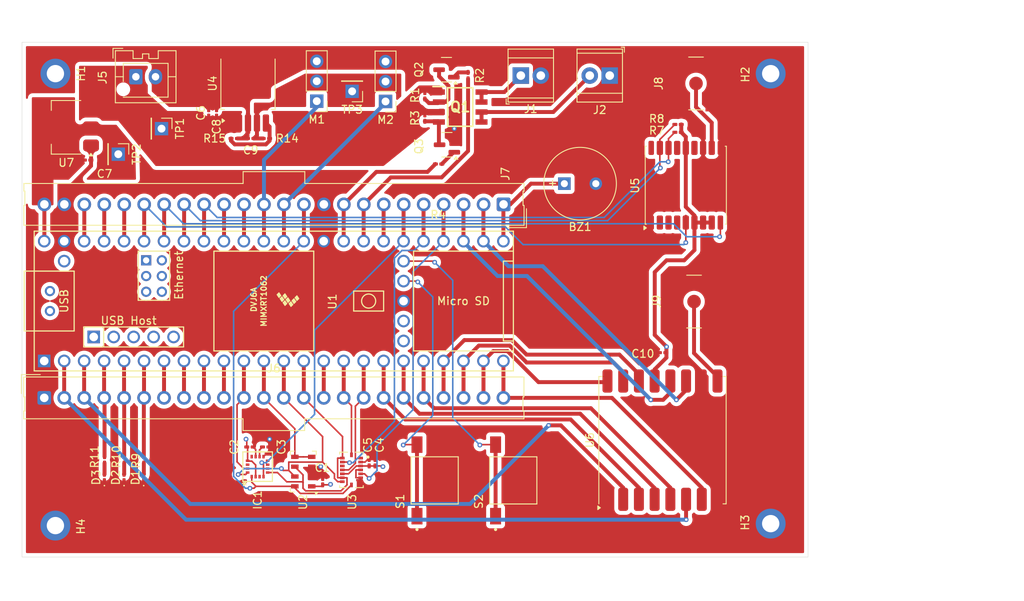
<source format=kicad_pcb>
(kicad_pcb (version 20240108) (generator "pcbnew") (generator_version "8.0")
  (layers (0 "F.Cu" signal) (1 "In1.Cu" power "GND.Cu") (2 "In2.Cu" power "PWR3.3.Cu") (31 "B.Cu" signal) (34 "B.Paste" user) (35 "F.Paste" user) (36 "B.SilkS" user "B.Silkscreen") (37 "F.SilkS" user "F.Silkscreen") (38 "B.Mask" user) (39 "F.Mask" user) (44 "Edge.Cuts" user))
  (net 0 "")
  (net 16 "/buzz_pwm")
  (net 17 "GND")
  (net 18 "/teensy_3.3v")
  (net 19 "Net-(IC1-CAP)")
  (net 20 "/VBATT")
  (net 21 "/ldo_5v")
  (net 22 "/ldo_6v")
  (net 25 "Net-(D1-A)")
  (net 26 "Net-(D2-A)")
  (net 27 "Net-(D3-A)")
  (net 30 "unconnected-(IC1-NC_5-Pad12)")
  (net 31 "/SENSE_miso")
  (net 32 "/SENSE_sck")
  (net 35 "/mag_int")
  (net 37 "/mag_cs")
  (net 38 "/SENSE_mosi")
  (net 39 "Net-(J1-Pin_1)")
  (net 40 "Net-(J2-Pin_2)")
  (net 41 "/radio_dio0")
  (net 42 "/radio_dio2")
  (net 43 "/radio_dio1")
  (net 44 "/radio_miso")
  (net 45 "/radio_dio3")
  (net 46 "/radio_cs")
  (net 47 "/radio_reset")
  (net 48 "/radio_sck")
  (net 49 "/radio_mosi")
  (net 50 "/servo2_pwm")
  (net 51 "/FREE5")
  (net 52 "/servo1_pwm")
  (net 53 "/radio_dio5")
  (net 54 "/FREE1")
  (net 55 "/baro_cs")
  (net 56 "/FREE6")
  (net 57 "/radio_dio4")
  (net 58 "/GPS_scl")
  (net 59 "/GPS_reset")
  (net 60 "/imu_gyro_cs")
  (net 61 "/FREE9")
  (net 62 "/GPS_int")
  (net 63 "/imu_accel_cs")
  (net 64 "/LED3")
  (net 65 "/FREE10")
  (net 66 "/GPS_sda")
  (net 67 "/LED2")
  (net 68 "/FREE12")
  (net 69 "/FREE7")
  (net 70 "/FREE8")
  (net 71 "/PYRO1")
  (net 72 "/FREE11")
  (net 73 "/LED1")
  (net 74 "/PYRO2")
  (net 75 "Net-(J8-In)")
  (net 76 "Net-(J9-In)")
  (net 77 "Net-(Q1-G1)")
  (net 78 "Net-(Q1-G2)")
  (net 79 "Net-(Q2-B)")
  (net 80 "Net-(Q3-B)")
  (net 81 "Net-(U4-ADJ)")
  (net 82 "Net-(U1-PROGRAM)")
  (net 83 "/teensy_onoff")
  (net 84 "/imu_accel_int1")
  (net 85 "/imu_gyro_int1")
  (footprint "Package_LGA:LGA-8_3x5mm_P1.25mm" (layer "F.Cu") (at 85.28459 114.382931 180)
    (property "Reference" "U2")
    (property "Value" "MS5607-02BA")
  )
  (footprint "HPRfootprints:SW_TS04-66-70-BK-160-SMT" (layer "F.Cu") (at 102 115.5 90)
    (property "Reference" "S1")
    (property "Value" "TS04-66-70-BK-160-SMT")
  )
  (footprint "TerminalBlock_TE-Connectivity:TerminalBlock_TE_282834-2_1x02_P2.54mm_Horizontal" (layer "F.Cu") (at 112.96 64)
    (property "Reference" "J1")
    (property "Value" "Screw_Terminal_01x02")
  )
  (footprint "Capacitor_SMD:C_0201_0603Metric_Pad0.64x0.40mm_HandSolder" (layer "F.Cu") (at 74.25 68.75 90)
    (property "Reference" "C8")
    (property "Value" "10uF")
  )
  (footprint "MountingHole:MountingHole_2.2mm_M2_DIN965_Pad" (layer "F.Cu") (at 144.75 121)
    (property "Reference" "H3")
    (property "Value" "MountingHole_Pad")
  )
  (footprint "Buzzer_Beeper:MagneticBuzzer_PUI_AT-0927-TT-6-R" (layer "F.Cu") (at 118.5 77.75)
    (property "Reference" "BZ1")
    (property "Value" "Buzzer")
  )
  (footprint "MountingHole:MountingHole_2.2mm_M2_DIN965_Pad" (layer "F.Cu") (at 53.75 63.75)
    (property "Reference" "H1")
    (property "Value" "MountingHole_Pad")
  )
  (footprint "Resistor_SMD:R_0201_0603Metric_Pad0.64x0.40mm_HandSolder" (layer "F.Cu") (at 62.5 112.89125 -90)
    (property "Reference" "R10")
    (property "Value" "150")
  )
  (footprint "Package_TO_SOT_SMD:SOT-23" (layer "F.Cu") (at 103.5 63.25 180)
    (property "Reference" "Q2")
    (property "Value" "MMBT3904")
  )
  (footprint "Resistor_SMD:R_0201_0603Metric_Pad0.64x0.40mm_HandSolder" (layer "F.Cu") (at 76.5 72)
    (property "Reference" "R15")
    (property "Value" "4.7k")
  )
  (footprint "HPRfootprints:SOIC127P600X175-8N" (layer "F.Cu") (at 105.25 68)
    (property "Reference" "Q1")
    (property "Value" "SI4925DDY-T1-GE3" (hide yes))
  )
  (footprint "Resistor_SMD:R_0201_0603Metric_Pad0.64x0.40mm_HandSolder" (layer "F.Cu") (at 60 112.89125 -90)
    (property "Reference" "R11")
    (property "Value" "150")
  )
  (footprint "Capacitor_SMD:C_0201_0603Metric_Pad0.64x0.40mm_HandSolder" (layer "F.Cu") (at 94.415 113.25 90)
    (property "Reference" "C4")
    (property "Value" "0.1uF")
  )
  (footprint "RF_Module:HOPERF_RFM9XW_SMD" (layer "F.Cu") (at 130.98459 110.382931 90)
    (property "Reference" "U6")
    (property "Value" "RFM95W-915S2")
  )
  (footprint "Connector_PinHeader_2.54mm:PinHeader_1x03_P2.54mm_Vertical" (layer "F.Cu") (at 95.75 67.29 180)
    (property "Reference" "M2")
    (property "Value" "Motor_Servo")
  )
  (footprint "Capacitor_SMD:C_0201_0603Metric_Pad0.64x0.40mm_HandSolder" (layer "F.Cu") (at 57.8425 74.75)
    (property "Reference" "C7")
    (property "Value" "10uF")
  )
  (footprint "Capacitor_SMD:C_0201_0603Metric_Pad0.64x0.40mm_HandSolder" (layer "F.Cu") (at 73.25 68.75 90)
    (property "Reference" "C6")
    (property "Value" "100nF")
  )
  (footprint "LED_SMD:LED_0201_0603Metric_Pad0.64x0.40mm_HandSolder" (layer "F.Cu") (at 62.48 115.12875 90)
    (property "Reference" "D2")
    (property "Value" "LED")
  )
  (footprint "Connector_PinHeader_2.54mm:PinHeader_1x01_P2.54mm_Vertical" (layer "F.Cu") (at 91.5 66 180)
    (property "Reference" "TP3")
    (property "Value" "TestPoint")
  )
  (footprint "Resistor_SMD:R_0201_0603Metric_Pad0.64x0.40mm_HandSolder" (layer "F.Cu") (at 106.25 64 90)
    (property "Reference" "R2")
    (property "Value" "1K")
  )
  (footprint "HPRfootprints:Teensy41" (layer "F.Cu") (at 81.53459 92.682931)
    (property "Reference" "U1")
    (property "Value" "Teensy4.1")
  )
  (footprint "LED_SMD:LED_0201_0603Metric_Pad0.64x0.40mm_HandSolder" (layer "F.Cu") (at 64.98 115.12875 90)
    (property "Reference" "D1")
    (property "Value" "LED")
  )
  (footprint "Capacitor_SMD:C_0201_0603Metric_Pad0.64x0.40mm_HandSolder" (layer "F.Cu") (at 131 99.25 180)
    (property "Reference" "C10")
    (property "Value" "10uF")
  )
  (footprint "Connector_Coaxial:SMA_Amphenol_132134-10_Vertical" (layer "F.Cu") (at 135 92.75 90)
    (property "Reference" "J9")
    (property "Value" "Conn_Coaxial")
  )
  (footprint "Connector_PinHeader_2.54mm:PinHeader_1x03_P2.54mm_Vertical" (layer "F.Cu") (at 87 67.25 180)
    (property "Reference" "M1")
    (property "Value" "Motor_Servo")
  )
  (footprint "Connector_Molex:Molex_SL_171971-0024_1x24_P2.54mm_Vertical" (layer "F.Cu") (at 110.76459 80.382931 180)
    (property "Reference" "J7")
    (property "Value" "Conn_01x24")
  )
  (footprint "Connector_PinHeader_2.54mm:PinHeader_1x01_P2.54mm_Vertical" (layer "F.Cu") (at 61.75 74 -90)
    (property "Reference" "TP2")
    (property "Value" "TestPoint")
  )
  (footprint "Capacitor_SMD:C_0201_0603Metric_Pad0.64x0.40mm_HandSolder" (layer "F.Cu") (at 93.665 113.25 90)
    (property "Reference" "C5")
    (property "Value" "0.1uF")
  )
  (footprint "Resistor_SMD:R_0201_0603Metric_Pad0.64x0.40mm_HandSolder" (layer "F.Cu") (at 65 112.89125 -90)
    (property "Reference" "R9")
    (property "Value" "150")
  )
  (footprint "Resistor_SMD:R_0201_0603Metric_Pad0.64x0.40mm_HandSolder" (layer "F.Cu") (at 132.96541 70.21541 180)
    (property "Reference" "R8")
    (property "Value" "4.7k")
  )
  (footprint "Resistor_SMD:R_0201_0603Metric_Pad0.64x0.40mm_HandSolder" (layer "F.Cu") (at 80.5925 72 180)
    (property "Reference" "R14")
    (property "Value" "1.2k")
  )
  (footprint "Resistor_SMD:R_0201_0603Metric_Pad0.64x0.40mm_HandSolder" (layer "F.Cu") (at 100.75 66.5675 -90)
    (property "Reference" "R1")
    (property "Value" "10K")
  )
  (footprint "Package_TO_SOT_SMD:TO-252-5_TabPin3" (layer "F.Cu") (at 78.25 65 90)
    (property "Reference" "U4")
    (property "Value" "MIC29302AWD")
  )
  (footprint "MountingHole:MountingHole_2.2mm_M2_DIN965_Pad" (layer "F.Cu") (at 144.75 63.75)
    (property "Reference" "H2")
    (property "Value" "MountingHole_Pad")
  )
  (footprint "Capacitor_SMD:C_0201_0603Metric_Pad0.64x0.40mm_HandSolder" (layer "F.Cu") (at 80.5 111.25)
    (property "Reference" "C3")
    (property "Value" "10uF")
  )
  (footprint "Connector_JST:JST_XA_B02B-XASK-1-A_1x02_P2.50mm_Vertical" (layer "F.Cu") (at 63.98459 64.145431)
    (property "Reference" "J5")
    (property "Value" "Conn_01x02")
  )
  (footprint "MountingHole:MountingHole_2.2mm_M2_DIN965_Pad" (layer "F.Cu") (at 53.75 121.25)
    (property "Reference" "H4")
    (property "Value" "MountingHole_Pad")
  )
  (footprint "Connector_Coaxial:SMA_Amphenol_132134-10_Vertical" (layer "F.Cu") (at 135.25 65 90)
    (property "Reference" "J8")
    (property "Value" "Conn_Coaxial")
  )
  (footprint "Resistor_SMD:R_0201_0603Metric_Pad0.64x0.40mm_HandSolder" (layer "F.Cu") (at 132.96541 71.21541 180)
    (property "Reference" "R7")
    (property "Value" "4.7k")
  )
  (footprint "Capacitor_SMD:C_0201_0603Metric_Pad0.64x0.40mm_HandSolder" (layer "F.Cu") (at 78.5 111.25)
    (property "Reference" "C2")
    (property "Value" "1uF")
  )
  (footprint "HPRfootprints:PQFN50P450X300X100-16N" (layer "F.Cu") (at 91.415 114.165 -90)
    (property "Reference" "U3")
    (property "Value" "BMI088")
  )
  (footprint "Package_TO_SOT_SMD:SOT-23" (layer "F.Cu") (at 103.5625 72.8 180)
    (property "Reference" "Q3")
    (property "Value" "MMBT3904")
  )
  (footprint "TerminalBlock_TE-Connectivity:TerminalBlock_TE_282834-2_1x02_P2.54mm_Horizontal" (layer "F.Cu") (at 124.27 64 180)
    (property "Reference" "J2")
    (property "Value" "Screw_Terminal_01x02")
  )
  (footprint "Resistor_SMD:R_0201_0603Metric_Pad0.64x0.40mm_HandSolder" (layer "F.Cu") (at 102.5 75.25)
    (property "Reference" "R4")
    (property "Value" "1K")
  )
  (footprint "RF_GPS:ublox_MAX" (layer "F.Cu") (at 133.95 77.948341 90)
    (property "Reference" "U5")
    (property "Value" "MAX-M10S")
  )
  (footprint "HPRfootprints:SW_TS04-66-70-BK-160-SMT" (layer "F.Cu") (at 112 115.5 90)
    (property "Reference" "S2")
    (property "Value" "TS04-66-70-BK-160-SMT")
  )
  (footprint "HPRfootprints:MMC5983MA_MEM" (layer "F.Cu") (at 79.475001 113.75 90)
    (property "Reference" "IC1")
    (property "Value" "MMC5983MA")
  )
  (footprint "Resistor_SMD:R_0201_0603Metric_Pad0.64x0.40mm_HandSolder" (layer "F.Cu") (at 100.75 69.4075 -90)
    (property "Reference" "R3")
    (property "Value" "10K")
  )
  (footprint "Capacitor_SMD:C_0201_0603Metric_Pad0.64x0.40mm_HandSolder" (layer "F.Cu") (at 78.5925 72 180)
    (property "Reference" "C9")
    (property "Value" "22uF")
  )
  (footprint "Package_TO_SOT_SMD:SOT-223-3_TabPin2" (layer "F.Cu") (at 55.13459 70.582931 180)
    (property "Reference" "U7")
    (property "Value" "LD1117S50TR_SOT223")
  )
  (footprint "Connector_Molex:Molex_SL_171971-0024_1x24_P2.54mm_Vertical" (layer "F.Cu") (at 52.33 105)
    (property "Reference" "J6")
    (property "Value" "Conn_01x24")
  )
  (footprint "Capacitor_SMD:C_0201_0603Metric_Pad0.64x0.40mm_HandSolder" (layer "F.Cu") (at 87.75 115.6575 90)
    (property "Reference" "C1")
    (property "Value" "0.1uF")
  )
  (footprint "Connector_PinHeader_2.54mm:PinHeader_1x01_P2.54mm_Vertical" (layer "F.Cu") (at 67.25 70.75 -90)
    (property "Reference" "TP1")
    (property "Value" "TestPoint")
  )
  (footprint "LED_SMD:LED_0201_0603Metric_Pad0.64x0.40mm_HandSolder" (layer "F.Cu") (at 59.98 115.12875 90)
    (property "Reference" "D3")
    (property "Value" "LED")
  )
  (gr_rect (start 49.5 59.75) (end 149.5 125.25) (stroke (width 0.05)) (fill none) (layer "Edge.Cuts"))
  (segment (start 110.74459 80.402931) (end 110.76459 80.382931) (width 0.5) (layer "F.Cu") (net 16))
  (segment (start 114.25 77.75) (end 118.5 77.75) (width 0.5) (layer "F.Cu") (net 16))
  (segment (start 110.74459 85.062931) (end 110.74459 80.402931) (width 0.5) (layer "F.Cu") (net 16))
  (segment (start 110.76459 80.382931) (end 111.617069 80.382931) (width 0.5) (layer "F.Cu") (net 16))
  (segment (start 111.617069 80.382931) (end 114.25 77.75) (width 0.5) (layer "F.Cu") (net 16))
  (segment (start 58.28459 72.882931) (end 58.809159 73.4075) (width 0.5) (layer "F.Cu") (net 17))
  (segment (start 52.32459 104.99459) (end 52.33 105) (width 0.5) (layer "F.Cu") (net 17))
  (segment (start 80.9075 111.25) (end 80.9075 110.3425) (width 0.2) (layer "F.Cu") (net 17))
  (segment (start 58.28459 75.46541) (end 58.28459 72.882931) (width 0.5) (layer "F.Cu") (net 17))
  (segment (start 92.01 115.165) (end 92.58 115.165) (width 0.2) (layer "F.Cu") (net 17))
  (segment (start 78.185 70.105) (end 78.25 70.04) (width 0.5) (layer "F.Cu") (net 17))
  (segment (start 87.90459 85.042931) (end 87.88459 85.062931) (width 0.5) (layer "F.Cu") (net 17))
  (segment (start 79.225001 111.567501) (end 78.9075 111.25) (width 0.2) (layer "F.Cu") (net 17))
  (segment (start 80.225002 112.475001) (end 80.9075 111.792503) (width 0.2) (layer "F.Cu") (net 17))
  (segment (start 54.88459 80.382931) (end 54.88459 85.042931) (width 0.5) (layer "F.Cu") (net 17))
  (segment (start 80.9075 111.792503) (end 80.9075 111.25) (width 0.2) (layer "F.Cu") (net 17))
  (segment (start 93.4725 112.8425) (end 94.415 112.8425) (width 0.2) (layer "F.Cu") (net 17))
  (segment (start 54.88459 80.382931) (end 54.88459 78.86541) (width 0.5) (layer "F.Cu") (net 17))
  (segment (start 54.88459 78.86541) (end 58.28459 75.46541) (width 0.5) (layer "F.Cu") (net 17))
  (segment (start 92.58 113.165) (end 93.15 113.165) (width 0.2) (layer "F.Cu") (net 17))
  (segment (start 54.88459 85.042931) (end 54.86459 85.062931) (width 0.5) (layer "F.Cu") (net 17))
  (segment (start 91.985 114.19) (end 91.985 115.14) (width 0.2) (layer "F.Cu") (net 17))
  (segment (start 76.9075 72) (end 78.185 72) (width 0.5) (layer "F.Cu") (net 17))
  (segment (start 79.225001 112.475001) (end 79.225001 111.567501) (width 0.2) (layer "F.Cu") (net 17))
  (segment (start 93.15 113.165) (end 93.4725 112.8425) (width 0.2) (layer "F.Cu") (net 17))
  (segment (start 104.5 71.85) (end 104.5 70.75) (width 0.5) (layer "F.Cu") (net 17))
  (segment (start 92.58 114.165) (end 92.01 114.165) (width 0.2) (layer "F.Cu") (net 17))
  (segment (start 52.32459 100.302931) (end 52.32459 104.99459) (width 0.5) (layer "F.Cu") (net 17))
  (segment (start 78.25 70.04) (end 78.25 63.74) (width 0.5) (layer "F.Cu") (net 17))
  (segment (start 86.35959 113.757931) (end 87.492069 113.757931) (width 0.2) (layer "F.Cu") (net 17))
  (segment (start 80.9075 110.3425) (end 81 110.25) (width 0.2) (layer "F.Cu") (net 17))
  (segment (start 78.185 72) (end 78.185 70.105) (width 0.5) (layer "F.Cu") (net 17))
  (segment (start 92.01 114.165) (end 91.985 114.19) (width 0.2) (layer "F.Cu") (net 17))
  (segment (start 87.492069 113.757931) (end 87.5 113.75) (width 0.2) (layer "F.Cu") (net 17))
  (segment (start 91.985 115.14) (end 92.01 115.165) (width 0.2) (layer "F.Cu") (net 17))
  (segment (start 87.90459 80.382931) (end 87.90459 85.042931) (width 0.5) (layer "F.Cu") (net 17))
  (segment (start 92.58 115.165) (end 92.58 115.665) (width 0.2) (layer "F.Cu") (net 17))
  (via (at 81 110.25) (size 0.6) (drill 0.3) (layers "F.Cu" "B.Cu") (net 17))
  (via (at 87.5 113.75) (size 0.6) (drill 0.3) (layers "F.Cu" "B.Cu") (net 17))
  (via (at 104.5 70.75) (size 0.6) (drill 0.3) (layers "F.Cu" "B.Cu") (net 17))
  (segment (start 135.05 86.2) (end 135.05 82.698341) (width 0.5) (layer "F.Cu") (net 18))
  (segment (start 90.25 114.665) (end 91.032692 114.665) (width 0.2) (layer "F.Cu") (net 18))
  (segment (start 78.0925 110.3425) (end 78 110.25) (width 0.2) (layer "F.Cu") (net 18))
  (segment (start 129.98459 102.857931) (end 129.98459 101.382931) (width 0.5) (layer "F.Cu") (net 18))
  (segment (start 78.0925 111.25) (end 78.0925 110.3425) (width 0.2) (layer "F.Cu") (net 18))
  (segment (start 79.225001 113.543999) (end 78.728602 113.0476) (width 0.2) (layer "F.Cu") (net 18))
  (segment (start 78.200002 112.999999) (end 78.200002 111.357502) (width 0.2) (layer "F.Cu") (net 18))
  (segment (start 135.05 82.698341) (end 137.25 82.698341) (width 0.5) (layer "F.Cu") (net 18))
  (segment (start 133.95 71.7925) (end 133.37291 71.21541) (width 0.5) (layer "F.Cu") (net 18))
  (segment (start 78.728602 113.0476) (end 78.247603 113.0476) (width 0.2) (layer "F.Cu") (net 18))
  (segment (start 78.247603 113.0476) (end 78.200002 112.999999) (width 0.2) (layer "F.Cu") (net 18))
  (segment (start 131.5 98.5) (end 130 97) (width 0.5) (layer "F.Cu") (net 18))
  (segment (start 95.3225 113.6575) (end 95.415 113.75) (width 0.2) (layer "F.Cu") (net 18))
  (segment (start 133.95 80.7) (end 133.95 73.198341) (width 0.5) (layer "F.Cu") (net 18))
  (segment (start 88.685 116.065) (end 87.75 116.065) (width 0.2) (layer "F.Cu") (net 18))
  (segment (start 87.89 105) (end 87.89 100.308341) (width 0.5) (layer "F.Cu") (net 18))
  (segment (start 130 89) (end 131.5 87.5) (width 0.5) (layer "F.Cu") (net 18))
  (segment (start 98.38459 94.882931) (end 98.04459 95.222931) (width 0.5) (layer "F.Cu") (net 18))
  (segment (start 87.89 100.308341) (end 87.88459 100.302931) (width 0.5) (layer "F.Cu") (net 18))
  (segment (start 78.200002 111.357502) (end 78.0925 111.25) (width 0.2) (layer "F.Cu") (net 18))
  (segment (start 131.48459 98.51541) (end 131.5 98.5) (width 0.5) (layer "F.Cu") (net 18))
  (segment (start 94.4075 113.665) (end 94.415 113.6575) (width 0.2) (layer "F.Cu") (net 18))
  (segment (start 133.95 73.198341) (end 133.95 71.7925) (width 0.5) (layer "F.Cu") (net 18))
  (segment (start 57.42459 85.042931) (end 57.40459 85.062931) (width 0.5) (layer "F.Cu") (net 18))
  (segment (start 133.75 87.5) (end 135.05 86.2) (width 0.5) (layer "F.Cu") (net 18))
  (segment (start 92.58 113.665) (end 94.4075 113.665) (width 0.2) (layer "F.Cu") (net 18))
  (segment (start 131.48459 99.882931) (end 131.48459 98.51541) (width 0.5) (layer "F.Cu") (net 18))
  (segment (start 135.05 82.698341) (end 135.05 81.8) (width 0.5) (layer "F.Cu") (net 18))
  (segment (start 131.5 87.5) (end 133.75 87.5) (width 0.5) (layer "F.Cu") (net 18))
  (segment (start 133.37291 71.21541) (end 133.37291 70.21541) (width 0.5) (layer "F.Cu") (net 18))
  (segment (start 135.05 81.8) (end 133.95 80.7) (width 0.5) (layer "F.Cu") (net 18))
  (segment (start 57.42459 80.382931) (end 57.42459 85.042931) (width 0.5) (layer "F.Cu") (net 18))
  (segment (start 79.225001 115.024999) (end 79.225001 113.543999) (width 0.2) (layer "F.Cu") (net 18))
  (segment (start 88.75 116) (end 88.685 116.065) (width 0.2) (layer "F.Cu") (net 18))
  (segment (start 86.35959 116.257931) (end 87.557069 116.257931) (width 0.2) (layer "F.Cu") (net 18))
  (segment (start 91.032692 114.665) (end 92.032692 113.665) (width 0.2) (layer "F.Cu") (net 18))
  (segment (start 94.415 113.6575) (end 95.3225 113.6575) (width 0.2) (layer "F.Cu") (net 18))
  (segment (start 92.032692 113.665) (end 92.58 113.665) (width 0.2) (layer "F.Cu") (net 18))
  (segment (start 129.98459 101.382931) (end 131.48459 99.882931) (width 0.5) (layer "F.Cu") (net 18))
  (segment (start 87.557069 116.257931) (end 87.75 116.065) (width 0.2) (layer "F.Cu") (net 18))
  (segment (start 130 97) (end 130 89) (width 0.5) (layer "F.Cu") (net 18))
  (via (at 131.5 98.5) (size 0.6) (drill 0.3) (layers "F.Cu" "B.Cu") (net 18))
  (via (at 88.75 116) (size 0.6) (drill 0.3) (layers "F.Cu" "B.Cu") (net 18))
  (via (at 95.415 113.75) (size 0.6) (drill 0.3) (layers "F.Cu" "B.Cu") (net 18))
  (via (at 78 110.25) (size 0.6) (drill 0.3) (layers "F.Cu" "B.Cu") (net 18))
  (segment (start 79.725001 112.475001) (end 79.725001 111.617499) (width 0.2) (layer "F.Cu") (net 19))
  (segment (start 79.725001 111.617499) (end 80.0925 111.25) (width 0.2) (layer "F.Cu") (net 19))
  (segment (start 75.97 70.04) (end 76.1575 70.2275) (width 0.5) (layer "F.Cu") (net 20))
  (segment (start 77.11 70.04) (end 75.97 70.04) (width 0.5) (layer "F.Cu") (net 20))
  (segment (start 52.34459 85.042931) (end 52.32459 85.062931) (width 0.2) (layer "F.Cu") (net 21))
  (segment (start 52.34459 80.382931) (end 52.34459 85.042931) (width 0.5) (layer "F.Cu") (net 21))
  (segment (start 79.39 70.04) (end 79.39 71.61) (width 0.5) (layer "F.Cu") (net 22))
  (segment (start 79 72) (end 80.185 72) (width 0.5) (layer "F.Cu") (net 22))
  (segment (start 79.39 71.61) (end 79 72) (width 0.5) (layer "F.Cu") (net 22))
  (segment (start 65 114.70125) (end 64.98 114.72125) (width 0.5) (layer "F.Cu") (net 25))
  (segment (start 65 113.29875) (end 65 114.70125) (width 0.5) (layer "F.Cu") (net 25))
  (segment (start 62.5 113.29875) (end 62.5 114.70125) (width 0.5) (layer "F.Cu") (net 26))
  (segment (start 62.5 114.70125) (end 62.48 114.72125) (width 0.5) (layer "F.Cu") (net 26))
  (segment (start 60 114.70125) (end 59.98 114.72125) (width 0.5) (layer "F.Cu") (net 27))
  (segment (start 60 113.29875) (end 60 114.70125) (width 0.5) (layer "F.Cu") (net 27))
  (segment (start 78.728602 112.478603) (end 78.725 112.475001) (width 0.2) (layer "F.Cu") (net 30))
  (segment (start 90.845 115.19) (end 90.845 116.07) (width 0.2) (layer "F.Cu") (net 31))
  (segment (start 83.182931 115.682931) (end 82.000001 114.500001) (width 0.2) (layer "F.Cu") (net 31))
  (segment (start 85.25 115.75) (end 85.182931 115.682931) (width 0.2) (layer "F.Cu") (net 31))
  (segment (start 85.35 105) (end 85.35 100.308341) (width 0.5) (layer "F.Cu") (net 31))
  (segment (start 90.27659 109.92659) (end 85.35 105) (width 0.2) (layer "F.Cu") (net 31))
  (segment (start 90.845 116.07) (end 90.082069 116.832931) (width 0.2) (layer "F.Cu") (net 31))
  (segment (start 85.182931 115.682931) (end 83.182931 115.682931) (width 0.2) (layer "F.Cu") (net 31))
  (segment (start 90.25 112.665) (end 90.27659 112.63841) (width 0.2) (layer "F.Cu") (net 31))
  (segment (start 85.25 116.5) (end 85.25 115.75) (width 0.2) (layer "F.Cu") (net 31))
  (segment (start 82.000001 114.500001) (end 80.75 114.500001) (width 0.2) (layer "F.Cu") (net 31))
  (segment (start 85.25 114.798341) (end 84.20959 113.757931) (width 0.2) (layer "F.Cu") (net 31))
  (segment (start 90.25 115.165) (end 89.68 115.165) (width 0.2) (layer "F.Cu") (net 31))
  (segment (start 89.68 112.665) (end 90.25 112.665) (width 0.2) (layer "F.Cu") (net 31))
  (segment (start 90.25 115.165) (end 90.82 115.165) (width 0.2) (layer "F.Cu") (net 31))
  (segment (start 85.35 100.308341) (end 85.34459 100.302931) (width 0.5) (layer "F.Cu") (net 31))
  (segment (start 90.082069 116.832931) (end 85.582931 116.832931) (width 0.2) (layer "F.Cu") (net 31))
  (segment (start 85.582931 116.832931) (end 85.25 116.5) (width 0.2) (layer "F.Cu") (net 31))
  (segment (start 89.68 115.165) (end 89.655 115.14) (width 0.2) (layer "F.Cu") (net 31))
  (segment (start 89.655 115.14) (end 89.655 112.69) (width 0.2) (layer "F.Cu") (net 31))
  (segment (start 89.655 112.69) (end 89.68 112.665) (width 0.2) (layer "F.Cu") (net 31))
  (segment (start 90.27659 112.63841) (end 90.27659 109.92659) (width 0.2) (layer "F.Cu") (net 31))
  (segment (start 90.82 115.165) (end 90.845 115.19) (width 0.2) (layer "F.Cu") (net 31))
  (segment (start 85.25 115.75) (end 85.25 114.798341) (width 0.2) (layer "F.Cu") (net 31))
  (segment (start 84.20959 116.45959) (end 84.909931 117.159931) (width 0.2) (layer "F.Cu") (net 32))
  (segment (start 84.909931 117.159931) (end 90.335069 117.159931) (width 0.2) (layer "F.Cu") (net 32))
  (segment (start 79.257931 116.257931) (end 79.015862 116.5) (width 0.2) (layer "F.Cu") (net 32))
  (segment (start 84.20959 116.257931) (end 79.257931 116.257931) (width 0.2) (layer "F.Cu") (net 32))
  (segment (start 78.725 115.725) (end 78.725 115.024999) (width 0.2) (layer "F.Cu") (net 32))
  (segment (start 79.257931 116.257931) (end 78.725 115.725) (width 0.2) (layer "F.Cu") (net 32))
  (segment (start 79.015862 116.5) (end 78.5 116.5) (width 0.2) (layer "F.Cu") (net 32))
  (segment (start 85.36459 80.382931) (end 85.36459 85.042931) (width 0.5) (layer "F.Cu") (net 32))
  (segment (start 84.20959 116.257931) (end 84.20959 116.45959) (width 0.2) (layer "F.Cu") (net 32))
  (segment (start 90.335069 117.159931) (end 91.415 116.08) (width 0.2) (layer "F.Cu") (net 32))
  (segment (start 85.36459 85.042931) (end 85.34459 85.062931) (width 0.5) (layer "F.Cu") (net 32))
  (via (at 78.5 116.5) (size 0.6) (drill 0.3) (layers "F.Cu" "B.Cu") (net 32))
  (segment (start 76.42 93.987521) (end 85.34459 85.062931) (width 0.2) (layer "B.Cu") (net 32))
  (segment (start 77.929756 116.5) (end 76.42 114.990244) (width 0.2) (layer "B.Cu") (net 32))
  (segment (start 76.42 114.990244) (end 76.42 93.987521) (width 0.2) (layer "B.Cu") (net 32))
  (segment (start 78.5 116.5) (end 77.929756 116.5) (width 0.2) (layer "B.Cu") (net 32))
  (segment (start 76.860001 105.869999) (end 77.73 105) (width 0.2) (layer "F.Cu") (net 35))
  (segment (start 78.200002 114) (end 77.719002 114) (width 0.2) (layer "F.Cu") (net 35))
  (segment (start 77.719002 114) (end 76.860001 113.140999) (width 0.2) (layer "F.Cu") (net 35))
  (segment (start 77.73 105) (end 77.73 100.308341) (width 0.5) (layer "F.Cu") (net 35))
  (segment (start 77.78459 105.05459) (end 77.73 105) (width 0.2) (layer "F.Cu") (net 35))
  (segment (start 77.73 100.308341) (end 77.72459 100.302931) (width 0.5) (layer "F.Cu") (net 35))
  (segment (start 76.860001 113.140999) (end 76.860001 105.869999) (width 0.2) (layer "F.Cu") (net 35))
  (segment (start 80.2214 113.4714) (end 80 113.25) (width 0.2) (layer "F.Cu") (net 37))
  (segment (start 98.04459 85.062931) (end 98.04459 80.402931) (width 0.5) (layer "F.Cu") (net 37))
  (segment (start 98.04459 80.402931) (end 98.06459 80.382931) (width 0.5) (layer "F.Cu") (net 37))
  (segment (start 80.2214 115.021397) (end 80.2214 113.4714) (width 0.2) (layer "F.Cu") (net 37))
  (segment (start 80.225002 115.024999) (end 80.2214 115.021397) (width 0.2) (layer "F.Cu") (net 37))
  (via (at 80 113.25) (size 0.6) (drill 0.3) (layers "F.Cu" "B.Cu") (net 37))
  (segment (start 86.72 96.38752) (end 86.72 107.100244) (width 0.2) (layer "B.Cu") (net 37))
  (segment (start 86.72 107.100244) (end 80.570244 113.25) (width 0.2) (layer "B.Cu") (net 37))
  (segment (start 98.04459 85.062931) (end 96.05376 87.05376) (width 0.2) (layer "B.Cu") (net 37))
  (segment (start 96.05376 87.05376) (end 86.72 96.38752) (width 0.2) (layer "B.Cu") (net 37))
  (segment (start 80.570244 113.25) (end 80 113.25) (width 0.2) (layer "B.Cu") (net 37))
  (segment (start 90.25 115.665) (end 89.665 115.665) (width 0.2) (layer "F.Cu") (net 38))
  (segment (start 89.665 115.665) (end 89.25 115.25) (width 0.2) (layer "F.Cu") (net 38))
  (segment (start 87.740244 109.930244) (end 82.81 105) (width 0.2) (layer "F.Cu") (net 38))
  (segment (start 77 114.75) (end 77.950003 114.75) (width 0.2) (layer "F.Cu") (net 38))
  (segment (start 82.732931 114.232931) (end 83.43459 114.232931) (width 0.2) (layer "F.Cu") (net 38))
  (segment (start 82.5 114) (end 82.732931 114.232931) (width 0.2) (layer "F.Cu") (net 38))
  (segment (start 83.43459 114.232931) (end 84.20959 115.007931) (width 0.2) (layer "F.Cu") (net 38))
  (segment (start 87.740244 113.17) (end 87.740244 109.930244) (width 0.2) (layer "F.Cu") (net 38))
  (segment (start 89.25 114.679756) (end 87.740244 113.17) (width 0.2) (layer "F.Cu") (net 38))
  (segment (start 83.43459 113.182931) (end 83.43459 114.232931) (width 0.2) (layer "F.Cu") (net 38))
  (segment (start 89.25 115.25) (end 89.25 114.679756) (width 0.2) (layer "F.Cu") (net 38))
  (segment (start 77.950003 114.75) (end 78.200002 114.500001) (width 0.2) (layer "F.Cu") (net 38))
  (segment (start 87.740244 113.17) (end 83.447521 113.17) (width 0.2) (layer "F.Cu") (net 38))
  (segment (start 83.447521 113.17) (end 83.43459 113.182931) (width 0.2) (layer "F.Cu") (net 38))
  (segment (start 82.81 105) (end 82.81 100.308341) (width 0.5) (layer "F.Cu") (net 38))
  (segment (start 82.81 100.308341) (end 82.80459 100.302931) (width 0.5) (layer "F.Cu") (net 38))
  (via (at 82.5 114) (size 0.6) (drill 0.3) (layers "F.Cu" "B.Cu") (net 38))
  (via (at 77 114.75) (size 0.6) (drill 0.3) (layers "F.Cu" "B.Cu") (net 38))
  (segment (start 82.5 114) (end 77.75 114) (width 0.2) (layer "B.Cu") (net 38))
  (segment (start 77.75 114) (end 77 114.75) (width 0.2) (layer "B.Cu") (net 38))
  (segment (start 110.865 66.095) (end 112.96 64) (width 0.5) (layer "F.Cu") (net 39))
  (segment (start 107.962 67.365) (end 107.962 66.095) (width 0.5) (layer "F.Cu") (net 39))
  (segment (start 107.962 66.095) (end 110.865 66.095) (width 0.5) (layer "F.Cu") (net 39))
  (segment (start 107.962 68.635) (end 117.095 68.635) (width 0.5) (layer "F.Cu") (net 40))
  (segment (start 107.962 69.905) (end 107.962 68.635) (width 0.5) (layer "F.Cu") (net 40))
  (segment (start 117.095 68.635) (end 121.73 64) (width 0.5) (layer "F.Cu") (net 40))
  (segment (start 103.13 100.308341) (end 103.12459 100.302931) (width 0.5) (layer "F.Cu") (net 41))
  (segment (start 111.842257 97.652931) (end 113.689326 99.5) (width 0.5) (layer "F.Cu") (net 41))
  (segment (start 103.13 105) (end 103.13 100.308341) (width 0.5) (layer "F.Cu") (net 41))
  (segment (start 103.12459 100.302931) (end 105.77459 97.652931) (width 0.5) (layer "F.Cu") (net 41))
  (segment (start 127.98459 101.98459) (end 127.98459 102.857931) (width 0.5) (layer "F.Cu") (net 41))
  (segment (start 125.5 99.5) (end 127.98459 101.98459) (width 0.5) (layer "F.Cu") (net 41))
  (segment (start 105.77459 97.652931) (end 111.842257 97.652931) (width 0.5) (layer "F.Cu") (net 41))
  (segment (start 113.689326 99.5) (end 125.5 99.5) (width 0.5) (layer "F.Cu") (net 41))
  (segment (start 108.21 100.308341) (end 108.20459 100.302931) (width 0.5) (layer "F.Cu") (net 42))
  (segment (start 111.262357 99.052931) (end 115.209426 103) (width 0.5) (layer "F.Cu") (net 42))
  (segment (start 115.209426 103) (end 123.842521 103) (width 0.5) (layer "F.Cu") (net 42))
  (segment (start 108.21 105) (end 108.21 100.308341) (width 0.5) (layer "F.Cu") (net 42))
  (segment (start 123.842521 103) (end 123.98459 102.857931) (width 0.5) (layer "F.Cu") (net 42))
  (segment (start 109.45459 99.052931) (end 111.262357 99.052931) (width 0.5) (layer "F.Cu") (net 42))
  (segment (start 108.20459 100.302931) (end 109.45459 99.052931) (width 0.5) (layer "F.Cu") (net 42))
  (segment (start 113.699376 100.5) (end 124.75 100.5) (width 0.5) (layer "F.Cu") (net 43))
  (segment (start 107.61459 98.352931) (end 111.552307 98.352931) (width 0.5) (layer "F.Cu") (net 43))
  (segment (start 124.75 100.5) (end 125.98459 101.73459) (width 0.5) (layer "F.Cu") (net 43))
  (segment (start 105.67 105) (end 105.67 100.308341) (width 0.5) (layer "F.Cu") (net 43))
  (segment (start 111.552307 98.352931) (end 113.699376 100.5) (width 0.5) (layer "F.Cu") (net 43))
  (segment (start 125.98459 101.73459) (end 125.98459 102.857931) (width 0.5) (layer "F.Cu") (net 43))
  (segment (start 105.66459 100.302931) (end 107.61459 98.352931) (width 0.5) (layer "F.Cu") (net 43))
  (segment (start 105.67 100.308341) (end 105.66459 100.302931) (width 0.5) (layer "F.Cu") (net 43))
  (segment (start 125.98459 117.907931) (end 125.98459 116.432931) (width 0.5) (layer "F.Cu") (net 44))
  (segment (start 57.40459 100.302931) (end 57.40459 104.99459) (width 0.5) (layer "F.Cu") (net 44))
  (segment (start 57.25 105.16) (end 57.41 105) (width 0.5) (layer "F.Cu") (net 44))
  (segment (start 118.051659 108.5) (end 116.5 108.5) (width 0.5) (layer "F.Cu") (net 44))
  (segment (start 57.40459 104.99459) (end 57.41 105) (width 0.5) (layer "F.Cu") (net 44))
  (segment (start 125.98459 116.432931) (end 118.051659 108.5) (width 0.5) (layer "F.Cu") (net 44))
  (via (at 116.5 108.5) (size 0.6) (drill 0.3) (layers "F.Cu" "B.Cu") (net 44))
  (segment (start 70.91 118.5) (end 57.41 105) (width 0.5) (layer "B.Cu") (net 44))
  (segment (start 116.5 108.5) (end 106.5 118.5) (width 0.5) (layer "B.Cu") (net 44))
  (segment (start 106.5 118.5) (end 70.91 118.5) (width 0.5) (layer "B.Cu") (net 44))
  (segment (start 133.98459 104.01541) (end 132.75 105.25) (width 0.5) (layer "F.Cu") (net 45))
  (segment (start 108.20459 85.062931) (end 108.20459 80.402931) (width 0.5) (layer "F.Cu") (net 45))
  (segment (start 108.22459 80.622931) (end 108.22459 80.382931) (width 0.2) (layer "F.Cu") (net 45))
  (segment (start 133.98459 102.857931) (end 133.98459 104.01541) (width 0.5) (layer "F.Cu") (net 45))
  (segment (start 108.25 85.108341) (end 108.20459 85.062931) (width 0.5) (layer "F.Cu") (net 45))
  (segment (start 108.20459 80.402931) (end 108.22459 80.382931) (width 0.5) (layer "F.Cu") (net 45))
  (via (at 132.75 105.25) (size 0.6) (drill 0.3) (layers "F.Cu" "B.Cu") (net 45))
  (segment (start 132.75 105.25) (end 115.75 88.25) (width 0.5) (layer "B.Cu") (net 45))
  (segment (start 115.75 88.25) (end 111.391659 88.25) (width 0.5) (layer "B.Cu") (net 45))
  (segment (start 111.391659 88.25) (end 108.20459 85.062931) (width 0.5) (layer "B.Cu") (net 45))
  (segment (start 100.59 100.308341) (end 100.58459 100.302931) (width 0.5) (layer "F.Cu") (net 46))
  (segment (start 121.871659 106.32) (end 131.98459 116.432931) (width 0.5) (layer "F.Cu") (net 46))
  (segment (start 100.59 105) (end 101.91 106.32) (width 0.5) (layer "F.Cu") (net 46))
  (segment (start 101.91 106.32) (end 121.871659 106.32) (width 0.5) (layer "F.Cu") (net 46))
  (segment (start 100.59 105) (end 100.59 100.308341) (width 0.5) (layer "F.Cu") (net 46))
  (segment (start 131.98459 116.432931) (end 131.98459 117.907931) (width 0.5) (layer "F.Cu") (net 46))
  (segment (start 54.86459 100.302931) (end 54.86459 104.99459) (width 0.5) (layer "F.Cu") (net 47))
  (segment (start 133.98459 120.48459) (end 134 120.5) (width 0.5) (layer "F.Cu") (net 47))
  (segment (start 133.98459 117.907931) (end 133.98459 120.48459) (width 0.5) (layer "F.Cu") (net 47))
  (segment (start 54.86459 104.99459) (end 54.87 105) (width 0.5) (layer "F.Cu") (net 47))
  (via (at 134 120.5) (size 0.6) (drill 0.3) (layers "F.Cu" "B.Cu") (net 47))
  (segment (start 134 120.5) (end 70.37 120.5) (width 0.5) (layer "B.Cu") (net 47))
  (segment (start 70.37 120.5) (end 54.87 105) (width 0.5) (layer "B.Cu") (net 47))
  (segment (start 129.98459 116.48459) (end 129.98459 117.907931) (width 0.5) (layer "F.Cu") (net 48))
  (segment (start 98.05 105) (end 98.05 100.308341) (width 0.5) (layer "F.Cu") (net 48))
  (segment (start 98.05 105) (end 100.07 107.02) (width 0.5) (layer "F.Cu") (net 48))
  (segment (start 100.07 107.02) (end 120.52 107.02) (width 0.5) (layer "F.Cu") (net 48))
  (segment (start 98.05 100.308341) (end 98.04459 100.302931) (width 0.5) (layer "F.Cu") (net 48))
  (segment (start 120.52 107.02) (end 129.98459 116.48459) (width 0.5) (layer "F.Cu") (net 48))
  (segment (start 98.26 107.75) (end 119.301659 107.75) (width 0.5) (layer "F.Cu") (net 49))
  (segment (start 95.51 100.308341) (end 95.50459 100.302931) (width 0.5) (layer "F.Cu") (net 49))
  (segment (start 95.51 105) (end 98.26 107.75) (width 0.5) (layer "F.Cu") (net 49))
  (segment (start 127.98459 116.432931) (end 127.98459 117.907931) (width 0.5) (layer "F.Cu") (net 49))
  (segment (start 119.301659 107.75) (end 127.98459 116.432931) (width 0.5) (layer "F.Cu") (net 49))
  (segment (start 95.51 105) (end 95.51 100.308341) (width 0.5) (layer "F.Cu") (net 49))
  (segment (start 82.82459 80.382931) (end 82.82459 85.042931) (width 0.5) (layer "F.Cu") (net 50))
  (segment (start 82.82459 85.042931) (end 82.80459 85.062931) (width 0.5) (layer "F.Cu") (net 50))
  (segment (start 95.75 67.457521) (end 95.75 67.29) (width 0.5) (layer "B.Cu") (net 50))
  (segment (start 82.82459 80.382931) (end 95.75 67.457521) (width 0.5) (layer "B.Cu") (net 50))
  (segment (start 72.65 105) (end 72.65 100.308341) (width 0.5) (layer "F.Cu") (net 51))
  (segment (start 72.65 100.308341) (end 72.64459 100.302931) (width 0.5) (layer "F.Cu") (net 51))
  (segment (start 80.28459 80.382931) (end 80.28459 85.042931) (width 0.5) (layer "F.Cu") (net 52))
  (segment (start 80.28459 85.042931) (end 80.26459 85.062931) (width 0.5) (layer "F.Cu") (net 52))
  (segment (start 87 68) (end 87 67.25) (width 0.5) (layer "B.Cu") (net 52))
  (segment (start 80.28459 74.71541) (end 87 68) (width 0.5) (layer "B.Cu") (net 52))
  (segment (start 80.28459 80.382931) (end 80.28459 74.71541) (width 0.5) (layer "B.Cu") (net 52))
  (segment (start 110.75 105) (end 110.75 100.308341) (width 0.5) (layer "F.Cu") (net 53))
  (segment (start 110.75 105) (end 124.551659 105) (width 0.5) (layer "F.Cu") (net 53))
  (segment (start 110.75 100.308341) (end 110.74459 100.302931) (width 0.5) (layer "F.Cu") (net 53))
  (segment (start 135.98459 116.432931) (end 135.98459 117.907931) (width 0.5) (layer "F.Cu") (net 53))
  (segment (start 124.551659 105) (end 135.98459 116.432931) (width 0.5) (layer "F.Cu") (net 53))
  (segment (start 75.19 100.308341) (end 75.18459 100.302931) (width 0.5) (layer "F.Cu") (net 54))
  (segment (start 75.19 105) (end 75.19 100.308341) (width 0.5) (layer "F.Cu") (net 54))
  (segment (start 79.98459 105.28541) (end 80.27 105) (width 0.2) (layer "F.Cu") (net 55))
  (segment (start 84.20959 108.93959) (end 80.27 105) (width 0.2) (layer "F.Cu") (net 55))
  (segment (start 85.28459 112.507931) (end 86.35959 112.507931) (width 0.2) (layer "F.Cu") (net 55))
  (segment (start 80.27 100.308341) (end 80.26459 100.302931) (width 0.5) (layer "F.Cu") (net 55))
  (segment (start 80.27 105) (end 80.27 100.308341) (width 0.5) (layer "F.Cu") (net 55))
  (segment (start 84.20959 112.507931) (end 84.20959 108.93959) (width 0.2) (layer "F.Cu") (net 55))
  (segment (start 84.20959 112.507931) (end 85.28459 112.507931) (width 0.2) (layer "F.Cu") (net 55))
  (segment (start 95.50459 80.402931) (end 95.52459 80.382931) (width 0.5) (layer "F.Cu") (net 56))
  (segment (start 95.50459 85.062931) (end 95.50459 80.402931) (width 0.5) (layer "F.Cu") (net 56))
  (segment (start 131.067521 105.25) (end 129.5 105.25) (width 0.5) (layer "F.Cu") (net 57))
  (segment (start 105.75 85.148341) (end 105.66459 85.062931) (width 0.5) (layer "F.Cu") (net 57))
  (segment (start 131.98459 104.332931) (end 131.067521 105.25) (width 0.5) (layer "F.Cu") (net 57))
  (segment (start 105.66459 80.402931) (end 105.68459 80.382931) (width 0.5) (layer "F.Cu") (net 57))
  (segment (start 105.66459 85.062931) (end 105.66459 80.402931) (width 0.5) (layer "F.Cu") (net 57))
  (segment (start 131.98459 102.857931) (end 131.98459 104.332931) (width 0.5) (layer "F.Cu") (net 57))
  (via (at 129.5 105.25) (size 0.6) (drill 0.3) (layers "F.Cu" "B.Cu") (net 57))
  (segment (start 129.5 105.25) (end 113.75 89.5) (width 0.5) (layer "B.Cu") (net 57))
  (segment (start 105.66459 85.16459) (end 105.66459 85.062931) (width 0.5) (layer "B.Cu") (net 57))
  (segment (start 110 89.5) (end 105.66459 85.16459) (width 0.5) (layer "B.Cu") (net 57))
  (segment (start 113.75 89.5) (end 110 89.5) (width 0.5) (layer "B.Cu") (net 57))
  (segment (start 130.71541 75.75) (end 130.65 75.68459) (width 0.2) (layer "F.Cu") (net 58))
  (segment (start 130.65 75.68459) (end 130.65 73.198341) (width 0.2) (layer "F.Cu") (net 58))
  (segment (start 70.12459 85.042931) (end 70.10459 85.062931) (width 0.5) (layer "F.Cu") (net 58))
  (segment (start 70.12459 80.382931) (end 70.12459 85.042931) (width 0.5) (layer "F.Cu") (net 58))
  (segment (start 130.65 72.12332) (end 130.65 73.198341) (width 0.2) (layer "F.Cu") (net 58))
  (segment (start 132.55791 70.21541) (end 130.65 72.12332) (width 0.2) (layer "F.Cu") (net 58))
  (via (at 130.71541 75.75) (size 0.6) (drill 0.3) (layers "F.Cu" "B.Cu") (net 58))
  (segment (start 124.01541 82.45) (end 72.191659 82.45) (width 0.2) (layer "B.Cu") (net 58))
  (segment (start 130.71541 75.75) (end 124.01541 82.45) (width 0.2) (layer "B.Cu") (net 58))
  (segment (start 72.191659 82.45) (end 70.12459 80.382931) (width 0.2) (layer "B.Cu") (net 58))
  (segment (start 67.58459 85.042931) (end 67.56459 85.062931) (width 0.5) (layer "F.Cu") (net 59))
  (segment (start 138.35 82.698341) (end 138.35 84.4) (width 0.2) (layer "F.Cu") (net 59))
  (segment (start 138.35 84.4) (end 138.25 84.5) (width 0.2) (layer "F.Cu") (net 59))
  (segment (start 67.58459 80.382931) (end 67.58459 85.042931) (width 0.5) (layer "F.Cu") (net 59))
  (via (at 138.25 84.5) (size 0.6) (drill 0.3) (layers "F.Cu" "B.Cu") (net 59))
  (segment (start 138.25 84.5) (end 134.048529 84.5) (width 0.2) (layer "B.Cu") (net 59))
  (segment (start 132.398529 82.85) (end 70.051659 82.85) (width 0.2) (layer "B.Cu") (net 59))
  (segment (start 134.048529 84.5) (end 132.398529 82.85) (width 0.2) (layer "B.Cu") (net 59))
  (segment (start 70.051659 82.85) (end 67.58459 80.382931) (width 0.2) (layer "B.Cu") (net 59))
  (segment (start 103.12459 85.062931) (end 103.12459 80.402931) (width 0.5) (layer "F.Cu") (net 60))
  (segment (start 103.12459 80.402931) (end 103.14459 80.382931) (width 0.5) (layer "F.Cu") (net 60))
  (segment (start 93.665 115.25) (end 93.08 114.665) (width 0.2) (layer "F.Cu") (net 60))
  (segment (start 93.08 114.665) (end 92.58 114.665) (width 0.2) (layer "F.Cu") (net 60))
  (via (at 93.665 115.25) (size 0.6) (drill 0.3) (layers "F.Cu" "B.Cu") (net 60))
  (segment (start 94.665 111.75) (end 94.665 111.085) (width 0.2) (layer "B.Cu") (net 60))
  (segment (start 99.25 106.5) (end 99.25 88.937521) (width 0.2) (layer "B.Cu") (net 60))
  (segment (start 94.665 111.085) (end 99.25 106.5) (width 0.2) (layer "B.Cu") (net 60))
  (segment (start 99.25 88.937521) (end 103.12459 85.062931) (width 0.2) (layer "B.Cu") (net 60))
  (segment (start 93.665 115.25) (end 94.665 114.25) (width 0.2) (layer "B.Cu") (net 60))
  (segment (start 94.665 114.25) (end 94.665 111.75) (width 0.2) (layer "B.Cu") (net 60))
  (segment (start 75.20459 85.042931) (end 75.18459 85.062931) (width 0.5) (layer "F.Cu") (net 61))
  (segment (start 75.20459 80.382931) (end 75.20459 85.042931) (width 0.5) (layer "F.Cu") (net 61))
  (segment (start 65.04459 80.382931) (end 65.04459 85.042931) (width 0.5) (layer "F.Cu") (net 62))
  (segment (start 133.95 81.973561) (end 133.95 82.698341) (width 0.5) (layer "F.Cu") (net 62))
  (segment (start 133.95 82.698341) (end 133.95 81.798341) (width 0.2) (layer "F.Cu") (net 62))
  (segment (start 133.95 82.698341) (end 133.95 85.25) (width 0.2) (layer "F.Cu") (net 62))
  (segment (start 133.95 82.682931) (end 133.95 85.25) (width 0.2) (layer "F.Cu") (net 62))
  (segment (start 65.04459 85.042931) (end 65.02459 85.062931) (width 0.5) (layer "F.Cu") (net 62))
  (via (at 133.95 85.25) (size 0.6) (drill 0.3) (layers "F.Cu" "B.Cu") (net 62))
  (segment (start 133.7 85.5) (end 113.25 85.5) (width 0.2) (layer "B.Cu") (net 62))
  (segment (start 113.25 85.5) (end 111 83.25) (width 0.2) (layer "B.Cu") (net 62))
  (segment (start 67.911659 83.25) (end 65.04459 80.382931) (width 0.2) (layer "B.Cu") (net 62))
  (segment (start 133.95 85.25) (end 133.7 85.5) (width 0.2) (layer "B.Cu") (net 62))
  (segment (start 111 83.25) (end 67.911659 83.25) (width 0.2) (layer "B.Cu") (net 62))
  (segment (start 90.25 113.165) (end 91.08 113.165) (width 0.2) (layer "F.Cu") (net 63))
  (segment (start 100.58459 80.402931) (end 100.60459 80.382931) (width 0.5) (layer "F.Cu") (net 63))
  (segment (start 91.08 113.165) (end 91.165 113.25) (width 0.2) (layer "F.Cu") (net 63))
  (segment (start 100.58459 85.062931) (end 100.58459 80.402931) (width 0.5) (layer "F.Cu") (net 63))
  (via (at 91.165 113.25) (size 0.6) (drill 0.3) (layers "F.Cu" "B.Cu") (net 63))
  (segment (start 91.616572 113.25) (end 96.88 107.986572) (width 0.2) (layer "B.Cu") (net 63))
  (segment (start 96.88 107.986572) (end 96.88 87.211886) (width 0.2) (layer "B.Cu") (net 63))
  (segment (start 91.165 113.25) (end 91.616572 113.25) (width 0.2) (layer "B.Cu") (net 63))
  (segment (start 97.841886 86.25) (end 99.397521 86.25) (width 0.2) (layer "B.Cu") (net 63))
  (segment (start 99.397521 86.25) (end 100.58459 85.062931) (width 0.2) (layer "B.Cu") (net 63))
  (segment (start 96.88 87.211886) (end 97.841886 86.25) (width 0.2) (layer "B.Cu") (net 63))
  (segment (start 60 112.48375) (end 60 105.05) (width 0.5) (layer "F.Cu") (net 64))
  (segment (start 59.94459 104.99459) (end 59.95 105) (width 0.5) (layer "F.Cu") (net 64))
  (segment (start 60 105.05) (end 59.95 105) (width 0.5) (layer "F.Cu") (net 64))
  (segment (start 59.94459 100.302931) (end 59.94459 104.99459) (width 0.5) (layer "F.Cu") (net 64))
  (segment (start 77.74459 80.382931) (end 77.74459 85.042931) (width 0.5) (layer "F.Cu") (net 65))
  (segment (start 77.74459 85.042931) (end 77.72459 85.062931) (width 0.5) (layer "F.Cu") (net 65))
  (segment (start 131.75 72.02332) (end 131.75 73.198341) (width 0.2) (layer "F.Cu") (net 66))
  (segment (start 72.66459 85.042931) (end 72.64459 85.062931) (width 0.5) (layer "F.Cu") (net 66))
  (segment (start 72.66459 80.382931) (end 72.66459 85.042931) (width 0.5) (layer "F.Cu") (net 66))
  (segment (start 131.75 74.93082) (end 131.71541 74.96541) (width 0.2) (layer "F.Cu") (net 66))
  (segment (start 131.75 73.198341) (end 131.75 74.93082) (width 0.2) (layer "F.Cu") (net 66))
  (segment (start 132.55791 71.21541) (end 131.75 72.02332) (width 0.2) (layer "F.Cu") (net 66))
  (via (at 131.71541 74.96541) (size 0.6) (drill 0.3) (layers "F.Cu" "B.Cu") (net 66))
  (segment (start 131.71541 74.96541) (end 130.651471 74.96541) (width 0.2) (layer "B.Cu") (net 66))
  (segment (start 123.566881 82.05) (end 74.331659 82.05) (width 0.2) (layer "B.Cu") (net 66))
  (segment (start 74.331659 82.05) (end 72.66459 80.382931) (width 0.2) (layer "B.Cu") (net 66))
  (segment (start 130.651471 74.96541) (end 123.566881 82.05) (width 0.2) (layer "B.Cu") (net 66))
  (segment (start 62.48459 104.99459) (end 62.49 105) (width 0.5) (layer "F.Cu") (net 67))
  (segment (start 62.5 112.48375) (end 62.5 105.01) (width 0.5) (layer "F.Cu") (net 67))
  (segment (start 62.5 105.01) (end 62.49 105) (width 0.5) (layer "F.Cu") (net 67))
  (segment (start 62.48459 100.302931) (end 62.48459 104.99459) (width 0.5) (layer "F.Cu") (net 67))
  (segment (start 70.11 105) (end 70.11 100.308341) (width 0.5) (layer "F.Cu") (net 68))
  (segment (start 70.11 100.308341) (end 70.10459 100.302931) (width 0.5) (layer "F.Cu") (net 68))
  (segment (start 59.96459 85.042931) (end 59.94459 85.062931) (width 0.5) (layer "F.Cu") (net 69))
  (segment (start 59.96459 80.382931) (end 59.96459 85.042931) (width 0.5) (layer "F.Cu") (net 69))
  (segment (start 62.50459 85.042931) (end 62.48459 85.062931) (width 0.5) (layer "F.Cu") (net 70))
  (segment (start 62.50459 80.382931) (end 62.50459 85.042931) (width 0.5) (layer "F.Cu") (net 70))
  (segment (start 92.96459 80.402931) (end 92.98459 80.382931) (width 0.5) (layer "F.Cu") (net 71))
  (segment (start 92.98459 80.382931) (end 96.417521 76.95) (width 0.5) (layer "F.Cu") (net 71))
  (segment (start 102.890184 76.95) (end 106.25 73.590184) (width 0.5) (layer "F.Cu") (net 71))
  (segment (start 92.96459 85.062931) (end 92.96459 80.402931) (width 0.5) (layer "F.Cu") (net 71))
  (segment (start 96.417521 76.95) (end 102.890184 76.95) (width 0.5) (layer "F.Cu") (net 71))
  (segment (start 106.25 73.590184) (end 106.25 64.4075) (width 0.5) (layer "F.Cu") (net 71))
  (segment (start 67.57 105) (end 67.57 100.308341) (width 0.5) (layer "F.Cu") (net 72))
  (segment (start 67.57 100.308341) (end 67.56459 100.302931) (width 0.5) (layer "F.Cu") (net 72))
  (segment (start 65.02459 104.99459) (end 65.03 105) (width 0.5) (layer "F.Cu") (net 73))
  (segment (start 65.02459 100.302931) (end 65.02459 104.99459) (width 0.5) (layer "F.Cu") (net 73))
  (segment (start 65 105.03) (end 65.03 105) (width 0.5) (layer "F.Cu") (net 73))
  (segment (start 65 112.48375) (end 65 105.03) (width 0.5) (layer "F.Cu") (net 73))
  (segment (start 90.44459 80.382931) (end 94.577521 76.25) (width 0.5) (layer "F.Cu") (net 74))
  (segment (start 90.42459 85.062931) (end 90.42459 80.402931) (width 0.5) (layer "F.Cu") (net 74))
  (segment (start 94.577521 76.25) (end 101.0925 76.25) (width 0.5) (layer "F.Cu") (net 74))
  (segment (start 101.0925 76.25) (end 102.0925 75.25) (width 0.5) (layer "F.Cu") (net 74))
  (segment (start 90.42459 80.402931) (end 90.44459 80.382931) (width 0.5) (layer "F.Cu") (net 74))
  (segment (start 135.25 67.993468) (end 135.25 65) (width 0.5) (layer "F.Cu") (net 75))
  (segment (start 137.25 73.198341) (end 137.25 69.993468) (width 0.5) (layer "F.Cu") (net 75))
  (segment (start 137.25 69.993468) (end 135.25 67.993468) (width 0.5) (layer "F.Cu") (net 75))
  (segment (start 137.98459 102.297521) (end 137.98459 102.857931) (width 0.5) (layer "F.Cu") (net 76))
  (segment (start 135 92.75) (end 135 99.312931) (width 0.5) (layer "F.Cu") (net 76))
  (segment (start 135 99.312931) (end 137.98459 102.297521) (width 0.5) (layer "F.Cu") (net 76))
  (segment (start 103.385 67.365) (end 102.538 67.365) (width 0.5) (layer "F.Cu") (net 77))
  (segment (start 103.7505 65.295) (end 103.7505 66.9995) (width 0.5) (layer "F.Cu") (net 77))
  (segment (start 102.5625 63.25) (end 102.5625 64.107) (width 0.5) (layer "F.Cu") (net 77))
  (segment (start 102.5625 64.107) (end 103.7505 65.295) (width 0.5) (layer "F.Cu") (net 77))
  (segment (start 102.403 67.5) (end 102.538 67.365) (width 0.5) (layer "F.Cu") (net 77))
  (segment (start 100.75 66.975) (end 101.275 67.5) (width 0.5) (layer "F.Cu") (net 77))
  (segment (start 101.275 67.5) (end 102.403 67.5) (width 0.5) (layer "F.Cu") (net 77))
  (segment (start 103.7505 66.9995) (end 103.385 67.365) (width 0.5) (layer "F.Cu") (net 77))
  (segment (start 100.75 69.815) (end 102.448 69.815) (width 0.5) (layer "F.Cu") (net 78))
  (segment (start 102.448 69.815) (end 102.538 69.905) (width 0.5) (layer "F.Cu") (net 78))
  (segment (start 102.538 69.905) (end 102.538 72.713) (width 0.5) (layer "F.Cu") (net 78))
  (segment (start 102.538 72.713) (end 102.625 72.8) (width 0.5) (layer "F.Cu") (net 78))
  (segment (start 105.045 63.5925) (end 106.25 63.5925) (width 0.5) (layer "F.Cu") (net 79))
  (segment (start 104.4375 64.2) (end 105.045 63.5925) (width 0.5) (layer "F.Cu") (net 79))
  (segment (start 104.5 73.75) (end 104.4075 73.75) (width 0.5) (layer "F.Cu") (net 80))
  (segment (start 104.4075 73.75) (end 102.9075 75.25) (width 0.5) (layer "F.Cu") (net 80))
  (segment (start 81 72) (end 81 70.51) (width 0.5) (layer "F.Cu") (net 81))
  (segment (start 76.0925 72) (end 76.0925 72.283088) (width 0.5) (layer "F.Cu") (net 81))
  (segment (start 76.559412 72.75) (end 80.533088 72.75) (width 0.5) (layer "F.Cu") (net 81))
  (segment (start 81 72.283088) (end 81 72) (width 0.5) (layer "F.Cu") (net 81))
  (segment (start 81 70.51) (end 80.53 70.04) (width 0.5) (layer "F.Cu") (net 81))
  (segment (start 76.0925 72.283088) (end 76.559412 72.75) (width 0.5) (layer "F.Cu") (net 81))
  (segment (start 80.533088 72.75) (end 81 72.283088) (width 0.5) (layer "F.Cu") (net 81))
  (segment (start 99.742931 90.142931) (end 99.85 90.25) (width 0.2) (layer "F.Cu") (net 82))
  (segment (start 98 111) (end 98.05 110.95) (width 0.2) (layer "F.Cu") (net 82))
  (segment (start 98.04459 90.142931) (end 99.742931 90.142931) (width 0.2) (layer "F.Cu") (net 82))
  (segment (start 98.05 110.95) (end 99.75 110.95) (width 0.2) (layer "F.Cu") (net 82))
  (segment (start 99.75 120.05) (end 99.75 110.95) (width 0.5) (layer "F.Cu") (net 82))
  (via (at 99.85 90.25) (size 0.6) (drill 0.3) (layers "F.Cu" "B.Cu") (net 82))
  (via (at 98 111) (size 0.6) (drill 0.3) (layers "F.Cu" "B.Cu") (net 82))
  (segment (start 101.76 92.16) (end 99.85 90.25) (width 0.2) (layer "B.Cu") (net 82))
  (segment (start 98 111) (end 101.76 107.24) (width 0.2) (layer "B.Cu") (net 82))
  (segment (start 101.76 107.24) (end 101.76 92.16) (width 0.2) (layer "B.Cu") (net 82))
  (segment (start 107.8 110.95) (end 109.75 110.95) (width 0.2) (layer "F.Cu") (net 83))
  (segment (start 109.75 110.95) (end 109.75 120.05) (width 0.5) (layer "F.Cu") (net 83))
  (segment (start 107.75 111) (end 107.8 110.95) (width 0.2) (layer "F.Cu") (net 83))
  (segment (start 101.852931 87.602931) (end 102 87.75) (width 0.2) (layer "F.Cu") (net 83))
  (segment (start 98.04459 87.602931) (end 101.852931 87.602931) (width 0.2) (layer "F.Cu") (net 83))
  (via (at 102 87.75) (size 0.6) (drill 0.3) (layers "F.Cu" "B.Cu") (net 83))
  (via (at 107.75 111) (size 0.6) (drill 0.3) (layers "F.Cu" "B.Cu") (net 83))
  (segment (start 104.3 107.55) (end 107.75 111) (width 0.2) (layer "B.Cu") (net 83))
  (segment (start 102 87.75) (end 104.3 90.05) (width 0.2) (layer "B.Cu") (net 83))
  (segment (start 104.3 90.05) (end 104.3 107.55) (width 0.2) (layer "B.Cu") (net 83))
  (segment (start 91.415 105.985) (end 90.43 105) (width 0.2) (layer "F.Cu") (net 84))
  (segment (start 90.75 105.32) (end 90.43 105) (width 0.2) (layer "F.Cu") (net 84))
  (segment (start 90.43 105) (end 90.43 100.308341) (width 0.5) (layer "F.Cu") (net 84))
  (segment (start 91.415 112.25) (end 91.415 105.985) (width 0.2) (layer "F.Cu") (net 84))
  (segment (start 90.43 100.308341) (end 90.42459 100.302931) (width 0.5) (layer "F.Cu") (net 84))
  (segment (start 90.78459 105.35459) (end 90.43 105) (width 0.2) (layer "F.Cu") (net 84))
  (segment (start 92.97 100.308341) (end 92.96459 100.302931) (width 0.5) (layer "F.Cu") (net 85))
  (segment (start 90.25 114.165) (end 91.070244 114.165) (width 0.2) (layer "F.Cu") (net 85))
  (segment (start 91.915 113.320244) (end 91.915 106.055) (width 0.2) (layer "F.Cu") (net 85))
  (segment (start 91.915 106.055) (end 92.97 105) (width 0.2) (layer "F.Cu") (net 85))
  (segment (start 92.97 105) (end 92.97 100.308341) (width 0.5) (layer "F.Cu") (net 85))
  (segment (start 91.070244 114.165) (end 91.915 113.320244) (width 0.2) (layer "F.Cu") (net 85))
  (segment (start 93.25 105.28) (end 92.97 105) (width 0.2) (layer "F.Cu") (net 85))
  (zone (net 22) (net_name "/ldo_6v") (layer "F.Cu") (priority 1) (connect_pads yes (clearance 0.5)) (min_thickness 0.25) (fill yes (thermal_gap 0.5) (thermal_bridge_width 0.5))
    (polygon (pts (xy 78.75 71) (xy 78.75 67.25) (xy 85.5 63.75) (xy 97.75 63.75) (xy 97.75 68.75) (xy 85.5 68.75) (xy 81.75 71)))
  )
  (zone (net 20) (net_name "/VBATT") (layer "F.Cu") (priority 2) (connect_pads yes (clearance 0.5)) (min_thickness 0.25) (fill yes (thermal_gap 0.5) (thermal_bridge_width 0.5))
    (polygon (pts (xy 65.5 62.75) (xy 56.75 62.75) (xy 56.75 69.75) (xy 61.75 69.75) (xy 66.5 75.5) (xy 95.5 75.5) (xy 103.25 69.25) (xy 103.25 65.25) (xy 100 65.25) (xy 96.5 68.5) (xy 68 68.5) (xy 65.5 66.25)))
  )
  (zone (net 21) (net_name "/ldo_5v") (layer "F.Cu") (priority 1) (connect_pads yes (clearance 0.5)) (min_thickness 0.25) (fill yes (thermal_gap 0.5) (thermal_bridge_width 0.5))
    (polygon (pts (xy 50.75 66.75) (xy 63.75 66.75) (xy 64 77.25) (xy 53.5 77.25) (xy 53.5 80.5) (xy 50.75 80.5)))
  )
  (zone (net 17) (net_name "GND") (layer "F.Cu") (connect_pads yes (clearance 0.5)) (min_thickness 0.25) (fill yes (thermal_gap 0.5) (thermal_bridge_width 0.5))
    (polygon (pts (xy 50 59.75) (xy 50 124.75) (xy 168 124.75) (xy 168 59.75)))
  )
)
</source>
